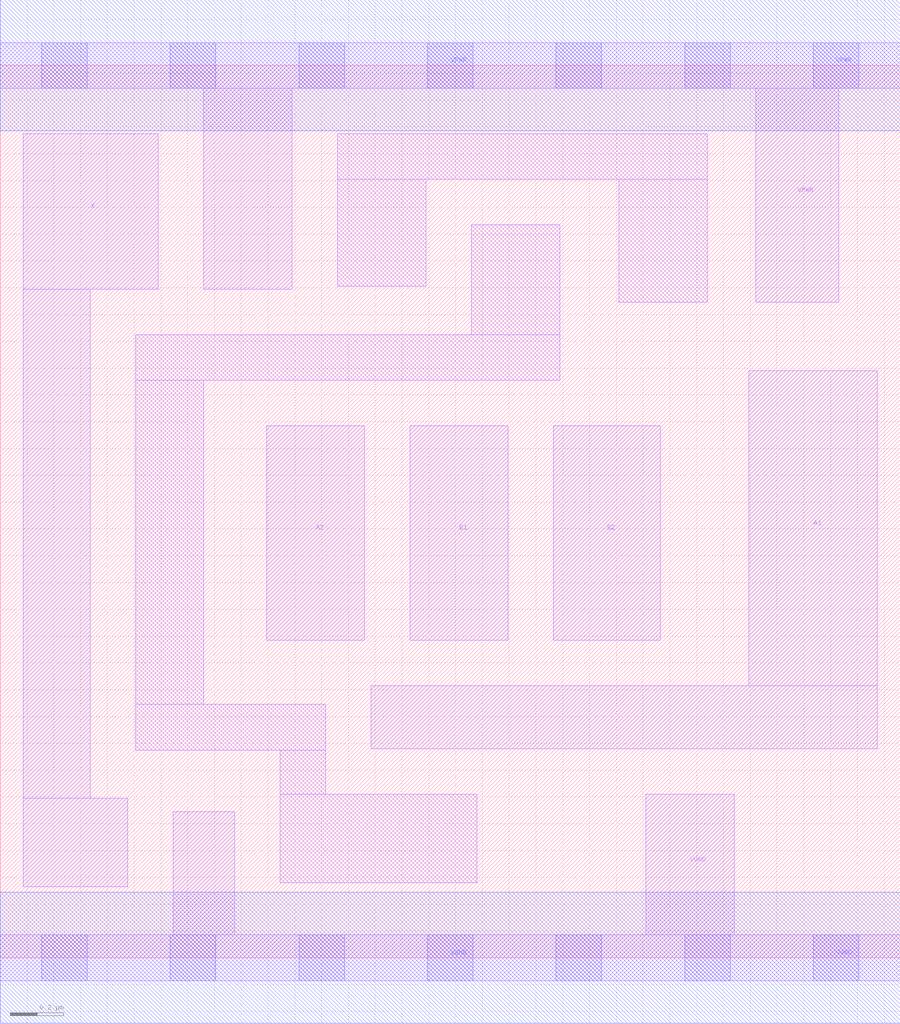
<source format=lef>
# Copyright 2020 The SkyWater PDK Authors
#
# Licensed under the Apache License, Version 2.0 (the "License");
# you may not use this file except in compliance with the License.
# You may obtain a copy of the License at
#
#     https://www.apache.org/licenses/LICENSE-2.0
#
# Unless required by applicable law or agreed to in writing, software
# distributed under the License is distributed on an "AS IS" BASIS,
# WITHOUT WARRANTIES OR CONDITIONS OF ANY KIND, either express or implied.
# See the License for the specific language governing permissions and
# limitations under the License.
#
# SPDX-License-Identifier: Apache-2.0

VERSION 5.7 ;
  NAMESCASESENSITIVE ON ;
  NOWIREEXTENSIONATPIN ON ;
  DIVIDERCHAR "/" ;
  BUSBITCHARS "[]" ;
UNITS
  DATABASE MICRONS 200 ;
END UNITS
MACRO sky130_fd_sc_lp__a22o_0
  CLASS CORE ;
  SOURCE USER ;
  FOREIGN sky130_fd_sc_lp__a22o_0 ;
  ORIGIN  0.000000  0.000000 ;
  SIZE  3.360000 BY  3.330000 ;
  SYMMETRY X Y R90 ;
  SITE unit ;
  PIN A1
    ANTENNAGATEAREA  0.159000 ;
    DIRECTION INPUT ;
    USE SIGNAL ;
    PORT
      LAYER li1 ;
        RECT 1.385000 0.780000 3.275000 1.015000 ;
        RECT 2.795000 1.015000 3.275000 2.190000 ;
    END
  END A1
  PIN A2
    ANTENNAGATEAREA  0.159000 ;
    DIRECTION INPUT ;
    USE SIGNAL ;
    PORT
      LAYER li1 ;
        RECT 0.995000 1.185000 1.360000 1.985000 ;
    END
  END A2
  PIN B1
    ANTENNAGATEAREA  0.159000 ;
    DIRECTION INPUT ;
    USE SIGNAL ;
    PORT
      LAYER li1 ;
        RECT 1.530000 1.185000 1.895000 1.985000 ;
    END
  END B1
  PIN B2
    ANTENNAGATEAREA  0.159000 ;
    DIRECTION INPUT ;
    USE SIGNAL ;
    PORT
      LAYER li1 ;
        RECT 2.065000 1.185000 2.465000 1.985000 ;
    END
  END B2
  PIN X
    ANTENNADIFFAREA  0.310500 ;
    DIRECTION OUTPUT ;
    USE SIGNAL ;
    PORT
      LAYER li1 ;
        RECT 0.085000 0.265000 0.475000 0.595000 ;
        RECT 0.085000 0.595000 0.335000 2.495000 ;
        RECT 0.085000 2.495000 0.590000 3.075000 ;
    END
  END X
  PIN VGND
    DIRECTION INOUT ;
    USE GROUND ;
    PORT
      LAYER li1 ;
        RECT 0.000000 -0.085000 3.360000 0.085000 ;
        RECT 0.645000  0.085000 0.875000 0.545000 ;
        RECT 2.410000  0.085000 2.740000 0.610000 ;
      LAYER mcon ;
        RECT 0.155000 -0.085000 0.325000 0.085000 ;
        RECT 0.635000 -0.085000 0.805000 0.085000 ;
        RECT 1.115000 -0.085000 1.285000 0.085000 ;
        RECT 1.595000 -0.085000 1.765000 0.085000 ;
        RECT 2.075000 -0.085000 2.245000 0.085000 ;
        RECT 2.555000 -0.085000 2.725000 0.085000 ;
        RECT 3.035000 -0.085000 3.205000 0.085000 ;
      LAYER met1 ;
        RECT 0.000000 -0.245000 3.360000 0.245000 ;
    END
  END VGND
  PIN VPWR
    DIRECTION INOUT ;
    USE POWER ;
    PORT
      LAYER li1 ;
        RECT 0.000000 3.245000 3.360000 3.415000 ;
        RECT 0.760000 2.495000 1.090000 3.245000 ;
        RECT 2.820000 2.445000 3.130000 3.245000 ;
      LAYER mcon ;
        RECT 0.155000 3.245000 0.325000 3.415000 ;
        RECT 0.635000 3.245000 0.805000 3.415000 ;
        RECT 1.115000 3.245000 1.285000 3.415000 ;
        RECT 1.595000 3.245000 1.765000 3.415000 ;
        RECT 2.075000 3.245000 2.245000 3.415000 ;
        RECT 2.555000 3.245000 2.725000 3.415000 ;
        RECT 3.035000 3.245000 3.205000 3.415000 ;
      LAYER met1 ;
        RECT 0.000000 3.085000 3.360000 3.575000 ;
    END
  END VPWR
  OBS
    LAYER li1 ;
      RECT 0.505000 0.775000 1.215000 0.945000 ;
      RECT 0.505000 0.945000 0.760000 2.155000 ;
      RECT 0.505000 2.155000 2.090000 2.325000 ;
      RECT 1.045000 0.280000 1.780000 0.610000 ;
      RECT 1.045000 0.610000 1.215000 0.775000 ;
      RECT 1.260000 2.505000 1.590000 2.905000 ;
      RECT 1.260000 2.905000 2.640000 3.075000 ;
      RECT 1.760000 2.325000 2.090000 2.735000 ;
      RECT 2.310000 2.445000 2.640000 2.905000 ;
  END
END sky130_fd_sc_lp__a22o_0

</source>
